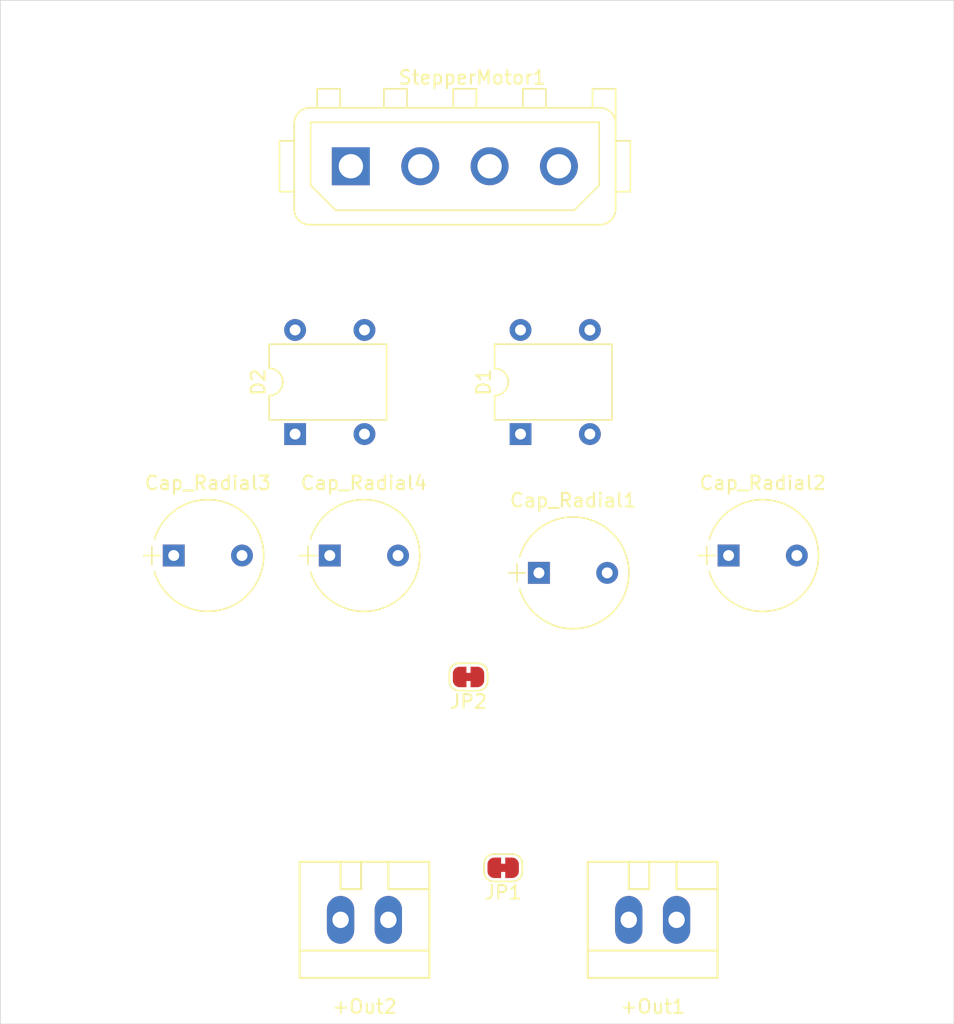
<source format=kicad_pcb>
(kicad_pcb (version 20171130) (host pcbnew "(5.1.0-0)")

  (general
    (thickness 1.6)
    (drawings 4)
    (tracks 0)
    (zones 0)
    (modules 15)
    (nets 9)
  )

  (page A4)
  (layers
    (0 F.Cu signal)
    (31 B.Cu signal)
    (32 B.Adhes user)
    (33 F.Adhes user)
    (34 B.Paste user)
    (35 F.Paste user)
    (36 B.SilkS user)
    (37 F.SilkS user)
    (38 B.Mask user)
    (39 F.Mask user)
    (40 Dwgs.User user)
    (41 Cmts.User user)
    (42 Eco1.User user)
    (43 Eco2.User user)
    (44 Edge.Cuts user)
    (45 Margin user)
    (46 B.CrtYd user)
    (47 F.CrtYd user)
    (48 B.Fab user)
    (49 F.Fab user)
  )

  (setup
    (last_trace_width 0.25)
    (trace_clearance 0.2)
    (zone_clearance 0.508)
    (zone_45_only no)
    (trace_min 0.2)
    (via_size 0.8)
    (via_drill 0.4)
    (via_min_size 0.4)
    (via_min_drill 0.3)
    (uvia_size 0.3)
    (uvia_drill 0.1)
    (uvias_allowed no)
    (uvia_min_size 0.2)
    (uvia_min_drill 0.1)
    (edge_width 0.05)
    (segment_width 0.2)
    (pcb_text_width 0.3)
    (pcb_text_size 1.5 1.5)
    (mod_edge_width 0.12)
    (mod_text_size 1 1)
    (mod_text_width 0.15)
    (pad_size 1.524 1.524)
    (pad_drill 0.762)
    (pad_to_mask_clearance 0.051)
    (solder_mask_min_width 0.25)
    (aux_axis_origin 0 0)
    (visible_elements FFFFEF7F)
    (pcbplotparams
      (layerselection 0x010fc_ffffffff)
      (usegerberextensions false)
      (usegerberattributes false)
      (usegerberadvancedattributes false)
      (creategerberjobfile false)
      (excludeedgelayer true)
      (linewidth 0.100000)
      (plotframeref false)
      (viasonmask false)
      (mode 1)
      (useauxorigin false)
      (hpglpennumber 1)
      (hpglpenspeed 20)
      (hpglpendiameter 15.000000)
      (psnegative false)
      (psa4output false)
      (plotreference true)
      (plotvalue true)
      (plotinvisibletext false)
      (padsonsilk false)
      (subtractmaskfromsilk false)
      (outputformat 1)
      (mirror false)
      (drillshape 1)
      (scaleselection 1)
      (outputdirectory ""))
  )

  (net 0 "")
  (net 1 GND)
  (net 2 VCC)
  (net 3 VDD)
  (net 4 Earth)
  (net 5 "Net-(Cap_Radial1-Pad2)")
  (net 6 "Net-(Cap_Radial3-Pad2)")
  (net 7 "Net-(D1-Pad3)")
  (net 8 "Net-(D2-Pad3)")

  (net_class Default "This is the default net class."
    (clearance 0.2)
    (trace_width 0.25)
    (via_dia 0.8)
    (via_drill 0.4)
    (uvia_dia 0.3)
    (uvia_drill 0.1)
    (add_net Earth)
    (add_net GND)
    (add_net "Net-(Cap_Radial1-Pad2)")
    (add_net "Net-(Cap_Radial3-Pad2)")
    (add_net "Net-(D1-Pad3)")
    (add_net "Net-(D2-Pad3)")
    (add_net VCC)
    (add_net VDD)
  )

  (module Mounting_Holes:MountingHole_3.2mm_M3 (layer F.Cu) (tedit 56D1B4CB) (tstamp 61045959)
    (at 120.65 43.18)
    (descr "Mounting Hole 3.2mm, no annular, M3")
    (tags "mounting hole 3.2mm no annular m3")
    (attr virtual)
    (fp_text reference REF** (at 0 -4.2) (layer F.SilkS) hide
      (effects (font (size 1 1) (thickness 0.15)))
    )
    (fp_text value MountingHole_3.2mm_M3 (at 0 4.2) (layer F.Fab) hide
      (effects (font (size 1 1) (thickness 0.15)))
    )
    (fp_text user %R (at 0.3 0) (layer F.Fab)
      (effects (font (size 1 1) (thickness 0.15)))
    )
    (fp_circle (center 0 0) (end 3.2 0) (layer Cmts.User) (width 0.15))
    (fp_circle (center 0 0) (end 3.45 0) (layer F.CrtYd) (width 0.05))
    (pad 1 np_thru_hole circle (at 0 0) (size 3.2 3.2) (drill 3.2) (layers *.Cu *.Mask))
  )

  (module Mounting_Holes:MountingHole_3.2mm_M3 (layer F.Cu) (tedit 56D1B4CB) (tstamp 6104594E)
    (at 120.65 107.95)
    (descr "Mounting Hole 3.2mm, no annular, M3")
    (tags "mounting hole 3.2mm no annular m3")
    (attr virtual)
    (fp_text reference REF** (at 0 -4.2) (layer F.SilkS) hide
      (effects (font (size 1 1) (thickness 0.15)))
    )
    (fp_text value 3.2mm (at 0 4.2) (layer F.Fab) hide
      (effects (font (size 1 1) (thickness 0.15)))
    )
    (fp_text user %R (at 0.3 0) (layer F.Fab)
      (effects (font (size 1 1) (thickness 0.15)))
    )
    (fp_circle (center 0 0) (end 3.2 0) (layer Cmts.User) (width 0.15))
    (fp_circle (center 0 0) (end 3.45 0) (layer F.CrtYd) (width 0.05))
    (pad 1 np_thru_hole circle (at 0 0) (size 3.2 3.2) (drill 3.2) (layers *.Cu *.Mask))
  )

  (module Mounting_Holes:MountingHole_3.2mm_M3 (layer F.Cu) (tedit 56D1B4CB) (tstamp 61045943)
    (at 60.96 107.95)
    (descr "Mounting Hole 3.2mm, no annular, M3")
    (tags "mounting hole 3.2mm no annular m3")
    (attr virtual)
    (fp_text reference REF** (at 0 -4.2) (layer F.SilkS) hide
      (effects (font (size 1 1) (thickness 0.15)))
    )
    (fp_text value 3.2mm (at 0 4.2) (layer F.Fab) hide
      (effects (font (size 1 1) (thickness 0.15)))
    )
    (fp_circle (center 0 0) (end 3.45 0) (layer F.CrtYd) (width 0.05))
    (fp_circle (center 0 0) (end 3.2 0) (layer Cmts.User) (width 0.15))
    (fp_text user %R (at 0.3 0) (layer F.Fab)
      (effects (font (size 1 1) (thickness 0.15)))
    )
    (pad 1 np_thru_hole circle (at 0 0) (size 3.2 3.2) (drill 3.2) (layers *.Cu *.Mask))
  )

  (module Mounting_Holes:MountingHole_3.2mm_M3 (layer F.Cu) (tedit 56D1B4CB) (tstamp 61045938)
    (at 60.96 43.18)
    (descr "Mounting Hole 3.2mm, no annular, M3")
    (tags "mounting hole 3.2mm no annular m3")
    (attr virtual)
    (fp_text reference REF** (at 0 -4.2) (layer F.SilkS) hide
      (effects (font (size 1 1) (thickness 0.15)))
    )
    (fp_text value 3.2mm (at 0 4.2) (layer F.Fab) hide
      (effects (font (size 1 1) (thickness 0.15)))
    )
    (fp_text user %R (at 0.3 0) (layer F.Fab)
      (effects (font (size 1 1) (thickness 0.15)))
    )
    (fp_circle (center 0 0) (end 3.2 0) (layer Cmts.User) (width 0.15))
    (fp_circle (center 0 0) (end 3.45 0) (layer F.CrtYd) (width 0.05))
    (pad 1 np_thru_hole circle (at 0 0) (size 3.2 3.2) (drill 3.2) (layers *.Cu *.Mask))
  )

  (module Connectors_WAGO:WAGO_734_2pin_Straight_RuggedPads (layer F.Cu) (tedit 0) (tstamp 6106D224)
    (at 103.65994 105.41 180)
    (descr "WAGO, Serie 734, Socket, Stiftleiste, 2 polig, 2 pin, rugged Pads, straight, gerade, Date 05Jul2010,")
    (tags "WAGO, Serie 734, Socket, Stiftleiste, 2 polig, 2 pin, rugged Pads, straight, gerade, Date 05Jul2010,")
    (path /6101AECC)
    (fp_text reference +Out1 (at 0 -6.35 180) (layer F.SilkS)
      (effects (font (size 1 1) (thickness 0.15)))
    )
    (fp_text value -Out (at 0 6.35 180) (layer F.Fab)
      (effects (font (size 1 1) (thickness 0.15)))
    )
    (fp_line (start -4.7498 4.24942) (end 4.7498 4.24942) (layer F.SilkS) (width 0.15))
    (fp_line (start -4.7498 -4.24942) (end -4.7498 4.24942) (layer F.SilkS) (width 0.15))
    (fp_line (start 4.7498 -4.24942) (end -4.7498 -4.24942) (layer F.SilkS) (width 0.15))
    (fp_line (start 4.7498 4.24942) (end 4.7498 -4.24942) (layer F.SilkS) (width 0.15))
    (fp_line (start -1.75006 2.25044) (end -1.75006 4.20116) (layer F.SilkS) (width 0.15))
    (fp_line (start -4.7498 2.25044) (end -1.75006 2.25044) (layer F.SilkS) (width 0.15))
    (fp_line (start 1.75006 2.25044) (end 1.75006 4.24942) (layer F.SilkS) (width 0.15))
    (fp_line (start 0.24892 2.25044) (end 1.75006 2.25044) (layer F.SilkS) (width 0.15))
    (fp_line (start 0.24892 4.24942) (end 0.24892 2.25044) (layer F.SilkS) (width 0.15))
    (fp_line (start -4.7498 -2.25044) (end 4.7498 -2.25044) (layer F.SilkS) (width 0.15))
    (pad 1 thru_hole oval (at -1.75006 0 180) (size 1.99898 3.50012) (drill 1.19888) (layers *.Cu *.Mask)
      (net 1 GND))
    (pad 2 thru_hole oval (at 1.75006 0 180) (size 1.99898 3.50012) (drill 1.19888) (layers *.Cu *.Mask)
      (net 2 VCC))
  )

  (module Connectors_WAGO:WAGO_734_2pin_Straight_RuggedPads (layer F.Cu) (tedit 0) (tstamp 6106D234)
    (at 82.55 105.41 180)
    (descr "WAGO, Serie 734, Socket, Stiftleiste, 2 polig, 2 pin, rugged Pads, straight, gerade, Date 05Jul2010,")
    (tags "WAGO, Serie 734, Socket, Stiftleiste, 2 polig, 2 pin, rugged Pads, straight, gerade, Date 05Jul2010,")
    (path /6101CD8E)
    (fp_text reference +Out2 (at 0 -6.35 180) (layer F.SilkS)
      (effects (font (size 1 1) (thickness 0.15)))
    )
    (fp_text value -Out (at 0 6.35 180) (layer F.Fab)
      (effects (font (size 1 1) (thickness 0.15)))
    )
    (fp_line (start -4.7498 -2.25044) (end 4.7498 -2.25044) (layer F.SilkS) (width 0.15))
    (fp_line (start 0.24892 4.24942) (end 0.24892 2.25044) (layer F.SilkS) (width 0.15))
    (fp_line (start 0.24892 2.25044) (end 1.75006 2.25044) (layer F.SilkS) (width 0.15))
    (fp_line (start 1.75006 2.25044) (end 1.75006 4.24942) (layer F.SilkS) (width 0.15))
    (fp_line (start -4.7498 2.25044) (end -1.75006 2.25044) (layer F.SilkS) (width 0.15))
    (fp_line (start -1.75006 2.25044) (end -1.75006 4.20116) (layer F.SilkS) (width 0.15))
    (fp_line (start 4.7498 4.24942) (end 4.7498 -4.24942) (layer F.SilkS) (width 0.15))
    (fp_line (start 4.7498 -4.24942) (end -4.7498 -4.24942) (layer F.SilkS) (width 0.15))
    (fp_line (start -4.7498 -4.24942) (end -4.7498 4.24942) (layer F.SilkS) (width 0.15))
    (fp_line (start -4.7498 4.24942) (end 4.7498 4.24942) (layer F.SilkS) (width 0.15))
    (pad 2 thru_hole oval (at 1.75006 0 180) (size 1.99898 3.50012) (drill 1.19888) (layers *.Cu *.Mask)
      (net 3 VDD))
    (pad 1 thru_hole oval (at -1.75006 0 180) (size 1.99898 3.50012) (drill 1.19888) (layers *.Cu *.Mask)
      (net 4 Earth))
  )

  (module Capacitors_THT:CP_Radial_Tantal_D8.0mm_P5.00mm (layer F.Cu) (tedit 597C781B) (tstamp 6106D247)
    (at 95.33 80.01)
    (descr "CP, Radial_Tantal series, Radial, pin pitch=5.00mm, , diameter=8.0mm, Tantal Electrolytic Capacitor, http://cdn-reichelt.de/documents/datenblatt/B300/TANTAL-TB-Serie%23.pdf")
    (tags "CP Radial_Tantal series Radial pin pitch 5.00mm  diameter 8.0mm Tantal Electrolytic Capacitor")
    (path /610010FB)
    (fp_text reference Cap_Radial1 (at 2.5 -5.31) (layer F.SilkS)
      (effects (font (size 1 1) (thickness 0.15)))
    )
    (fp_text value CP (at 2.5 5.31) (layer F.Fab)
      (effects (font (size 1 1) (thickness 0.15)))
    )
    (fp_text user %R (at 2.5 0) (layer F.Fab)
      (effects (font (size 1 1) (thickness 0.15)))
    )
    (fp_line (start 6.85 -4.35) (end -1.85 -4.35) (layer F.CrtYd) (width 0.05))
    (fp_line (start 6.85 4.35) (end 6.85 -4.35) (layer F.CrtYd) (width 0.05))
    (fp_line (start -1.85 4.35) (end 6.85 4.35) (layer F.CrtYd) (width 0.05))
    (fp_line (start -1.85 -4.35) (end -1.85 4.35) (layer F.CrtYd) (width 0.05))
    (fp_line (start -1.6 -0.65) (end -1.6 0.65) (layer F.SilkS) (width 0.12))
    (fp_line (start -2.2 0) (end -1 0) (layer F.SilkS) (width 0.12))
    (fp_line (start -1.6 -0.65) (end -1.6 0.65) (layer F.Fab) (width 0.1))
    (fp_line (start -2.2 0) (end -1 0) (layer F.Fab) (width 0.1))
    (fp_circle (center 2.5 0) (end 6.5 0) (layer F.Fab) (width 0.1))
    (fp_arc (start 2.5 0) (end 6.416082 -1.18) (angle 33.5) (layer F.SilkS) (width 0.12))
    (fp_arc (start 2.5 0) (end -1.416082 1.18) (angle -146.5) (layer F.SilkS) (width 0.12))
    (fp_arc (start 2.5 0) (end -1.416082 -1.18) (angle 146.5) (layer F.SilkS) (width 0.12))
    (pad 2 thru_hole circle (at 5 0) (size 1.6 1.6) (drill 0.8) (layers *.Cu *.Mask)
      (net 5 "Net-(Cap_Radial1-Pad2)"))
    (pad 1 thru_hole rect (at 0 0) (size 1.6 1.6) (drill 0.8) (layers *.Cu *.Mask)
      (net 2 VCC))
    (model ${KISYS3DMOD}/Capacitors_THT.3dshapes/CP_Radial_Tantal_D8.0mm_P5.00mm.wrl
      (at (xyz 0 0 0))
      (scale (xyz 1 1 1))
      (rotate (xyz 0 0 0))
    )
  )

  (module Capacitors_THT:CP_Radial_Tantal_D8.0mm_P5.00mm (layer F.Cu) (tedit 597C781B) (tstamp 6106D25A)
    (at 109.22 78.74)
    (descr "CP, Radial_Tantal series, Radial, pin pitch=5.00mm, , diameter=8.0mm, Tantal Electrolytic Capacitor, http://cdn-reichelt.de/documents/datenblatt/B300/TANTAL-TB-Serie%23.pdf")
    (tags "CP Radial_Tantal series Radial pin pitch 5.00mm  diameter 8.0mm Tantal Electrolytic Capacitor")
    (path /61001A91)
    (fp_text reference Cap_Radial2 (at 2.5 -5.31) (layer F.SilkS)
      (effects (font (size 1 1) (thickness 0.15)))
    )
    (fp_text value CP (at 2.5 5.31) (layer F.Fab)
      (effects (font (size 1 1) (thickness 0.15)))
    )
    (fp_arc (start 2.5 0) (end -1.416082 -1.18) (angle 146.5) (layer F.SilkS) (width 0.12))
    (fp_arc (start 2.5 0) (end -1.416082 1.18) (angle -146.5) (layer F.SilkS) (width 0.12))
    (fp_arc (start 2.5 0) (end 6.416082 -1.18) (angle 33.5) (layer F.SilkS) (width 0.12))
    (fp_circle (center 2.5 0) (end 6.5 0) (layer F.Fab) (width 0.1))
    (fp_line (start -2.2 0) (end -1 0) (layer F.Fab) (width 0.1))
    (fp_line (start -1.6 -0.65) (end -1.6 0.65) (layer F.Fab) (width 0.1))
    (fp_line (start -2.2 0) (end -1 0) (layer F.SilkS) (width 0.12))
    (fp_line (start -1.6 -0.65) (end -1.6 0.65) (layer F.SilkS) (width 0.12))
    (fp_line (start -1.85 -4.35) (end -1.85 4.35) (layer F.CrtYd) (width 0.05))
    (fp_line (start -1.85 4.35) (end 6.85 4.35) (layer F.CrtYd) (width 0.05))
    (fp_line (start 6.85 4.35) (end 6.85 -4.35) (layer F.CrtYd) (width 0.05))
    (fp_line (start 6.85 -4.35) (end -1.85 -4.35) (layer F.CrtYd) (width 0.05))
    (fp_text user %R (at 2.5 0) (layer F.Fab)
      (effects (font (size 1 1) (thickness 0.15)))
    )
    (pad 1 thru_hole rect (at 0 0) (size 1.6 1.6) (drill 0.8) (layers *.Cu *.Mask)
      (net 5 "Net-(Cap_Radial1-Pad2)"))
    (pad 2 thru_hole circle (at 5 0) (size 1.6 1.6) (drill 0.8) (layers *.Cu *.Mask)
      (net 1 GND))
    (model ${KISYS3DMOD}/Capacitors_THT.3dshapes/CP_Radial_Tantal_D8.0mm_P5.00mm.wrl
      (at (xyz 0 0 0))
      (scale (xyz 1 1 1))
      (rotate (xyz 0 0 0))
    )
  )

  (module Capacitors_THT:CP_Radial_Tantal_D8.0mm_P5.00mm (layer F.Cu) (tedit 597C781B) (tstamp 6106D26D)
    (at 68.58 78.74)
    (descr "CP, Radial_Tantal series, Radial, pin pitch=5.00mm, , diameter=8.0mm, Tantal Electrolytic Capacitor, http://cdn-reichelt.de/documents/datenblatt/B300/TANTAL-TB-Serie%23.pdf")
    (tags "CP Radial_Tantal series Radial pin pitch 5.00mm  diameter 8.0mm Tantal Electrolytic Capacitor")
    (path /6101512F)
    (fp_text reference Cap_Radial3 (at 2.5 -5.31) (layer F.SilkS)
      (effects (font (size 1 1) (thickness 0.15)))
    )
    (fp_text value CP (at 2.5 5.31) (layer F.Fab)
      (effects (font (size 1 1) (thickness 0.15)))
    )
    (fp_text user %R (at 2.5 0) (layer F.Fab)
      (effects (font (size 1 1) (thickness 0.15)))
    )
    (fp_line (start 6.85 -4.35) (end -1.85 -4.35) (layer F.CrtYd) (width 0.05))
    (fp_line (start 6.85 4.35) (end 6.85 -4.35) (layer F.CrtYd) (width 0.05))
    (fp_line (start -1.85 4.35) (end 6.85 4.35) (layer F.CrtYd) (width 0.05))
    (fp_line (start -1.85 -4.35) (end -1.85 4.35) (layer F.CrtYd) (width 0.05))
    (fp_line (start -1.6 -0.65) (end -1.6 0.65) (layer F.SilkS) (width 0.12))
    (fp_line (start -2.2 0) (end -1 0) (layer F.SilkS) (width 0.12))
    (fp_line (start -1.6 -0.65) (end -1.6 0.65) (layer F.Fab) (width 0.1))
    (fp_line (start -2.2 0) (end -1 0) (layer F.Fab) (width 0.1))
    (fp_circle (center 2.5 0) (end 6.5 0) (layer F.Fab) (width 0.1))
    (fp_arc (start 2.5 0) (end 6.416082 -1.18) (angle 33.5) (layer F.SilkS) (width 0.12))
    (fp_arc (start 2.5 0) (end -1.416082 1.18) (angle -146.5) (layer F.SilkS) (width 0.12))
    (fp_arc (start 2.5 0) (end -1.416082 -1.18) (angle 146.5) (layer F.SilkS) (width 0.12))
    (pad 2 thru_hole circle (at 5 0) (size 1.6 1.6) (drill 0.8) (layers *.Cu *.Mask)
      (net 6 "Net-(Cap_Radial3-Pad2)"))
    (pad 1 thru_hole rect (at 0 0) (size 1.6 1.6) (drill 0.8) (layers *.Cu *.Mask)
      (net 3 VDD))
    (model ${KISYS3DMOD}/Capacitors_THT.3dshapes/CP_Radial_Tantal_D8.0mm_P5.00mm.wrl
      (at (xyz 0 0 0))
      (scale (xyz 1 1 1))
      (rotate (xyz 0 0 0))
    )
  )

  (module Capacitors_THT:CP_Radial_Tantal_D8.0mm_P5.00mm (layer F.Cu) (tedit 597C781B) (tstamp 6106D280)
    (at 80.01 78.74)
    (descr "CP, Radial_Tantal series, Radial, pin pitch=5.00mm, , diameter=8.0mm, Tantal Electrolytic Capacitor, http://cdn-reichelt.de/documents/datenblatt/B300/TANTAL-TB-Serie%23.pdf")
    (tags "CP Radial_Tantal series Radial pin pitch 5.00mm  diameter 8.0mm Tantal Electrolytic Capacitor")
    (path /61015139)
    (fp_text reference Cap_Radial4 (at 2.5 -5.31) (layer F.SilkS)
      (effects (font (size 1 1) (thickness 0.15)))
    )
    (fp_text value CP (at 2.5 5.31) (layer F.Fab)
      (effects (font (size 1 1) (thickness 0.15)))
    )
    (fp_arc (start 2.5 0) (end -1.416082 -1.18) (angle 146.5) (layer F.SilkS) (width 0.12))
    (fp_arc (start 2.5 0) (end -1.416082 1.18) (angle -146.5) (layer F.SilkS) (width 0.12))
    (fp_arc (start 2.5 0) (end 6.416082 -1.18) (angle 33.5) (layer F.SilkS) (width 0.12))
    (fp_circle (center 2.5 0) (end 6.5 0) (layer F.Fab) (width 0.1))
    (fp_line (start -2.2 0) (end -1 0) (layer F.Fab) (width 0.1))
    (fp_line (start -1.6 -0.65) (end -1.6 0.65) (layer F.Fab) (width 0.1))
    (fp_line (start -2.2 0) (end -1 0) (layer F.SilkS) (width 0.12))
    (fp_line (start -1.6 -0.65) (end -1.6 0.65) (layer F.SilkS) (width 0.12))
    (fp_line (start -1.85 -4.35) (end -1.85 4.35) (layer F.CrtYd) (width 0.05))
    (fp_line (start -1.85 4.35) (end 6.85 4.35) (layer F.CrtYd) (width 0.05))
    (fp_line (start 6.85 4.35) (end 6.85 -4.35) (layer F.CrtYd) (width 0.05))
    (fp_line (start 6.85 -4.35) (end -1.85 -4.35) (layer F.CrtYd) (width 0.05))
    (fp_text user %R (at 2.5 0) (layer F.Fab)
      (effects (font (size 1 1) (thickness 0.15)))
    )
    (pad 1 thru_hole rect (at 0 0) (size 1.6 1.6) (drill 0.8) (layers *.Cu *.Mask)
      (net 6 "Net-(Cap_Radial3-Pad2)"))
    (pad 2 thru_hole circle (at 5 0) (size 1.6 1.6) (drill 0.8) (layers *.Cu *.Mask)
      (net 4 Earth))
    (model ${KISYS3DMOD}/Capacitors_THT.3dshapes/CP_Radial_Tantal_D8.0mm_P5.00mm.wrl
      (at (xyz 0 0 0))
      (scale (xyz 1 1 1))
      (rotate (xyz 0 0 0))
    )
  )

  (module Diodes_THT:Diode_Bridge_DIP-4_W7.62mm_P5.08mm (layer F.Cu) (tedit 59213888) (tstamp 6106D298)
    (at 93.98 69.85 90)
    (descr "4-lead dip package for diode bridges, row spacing 7.62 mm (300 mils), see http://cdn-reichelt.de/documents/datenblatt/A400/HDBL101G_20SERIES-TSC.pdf")
    (tags "DIL DIP PDIP 5.08mm 7.62mm 300mil")
    (path /6106CB3C)
    (fp_text reference D1 (at 3.8 -2.7 90) (layer F.SilkS)
      (effects (font (size 1 1) (thickness 0.15)))
    )
    (fp_text value D_Bridge_+-AA (at 3.8 7.8 90) (layer F.Fab)
      (effects (font (size 1 1) (thickness 0.15)))
    )
    (fp_arc (start 3.81 -1.9) (end 2.81 -1.9) (angle -180) (layer F.SilkS) (width 0.12))
    (fp_line (start 8.67 6.85) (end -1.05 6.85) (layer F.CrtYd) (width 0.05))
    (fp_line (start 8.67 6.85) (end 8.67 -2.05) (layer F.CrtYd) (width 0.05))
    (fp_line (start -1.05 -2.05) (end -1.05 6.85) (layer F.CrtYd) (width 0.05))
    (fp_line (start -1.05 -2.05) (end 8.67 -2.05) (layer F.CrtYd) (width 0.05))
    (fp_line (start 1.635 -1.8) (end 6.985 -1.8) (layer F.Fab) (width 0.1))
    (fp_line (start 6.985 -1.8) (end 6.985 6.6) (layer F.Fab) (width 0.1))
    (fp_line (start 6.985 6.6) (end 0.635 6.6) (layer F.Fab) (width 0.1))
    (fp_line (start 0.635 6.6) (end 0.635 -0.8) (layer F.Fab) (width 0.1))
    (fp_line (start 0.635 -0.8) (end 1.635 -1.8) (layer F.Fab) (width 0.1))
    (fp_line (start 2.81 -1.9) (end 1.04 -1.9) (layer F.SilkS) (width 0.12))
    (fp_line (start 1.04 -1.9) (end 1.04 6.7) (layer F.SilkS) (width 0.12))
    (fp_line (start 1.04 6.7) (end 6.58 6.7) (layer F.SilkS) (width 0.12))
    (fp_line (start 6.58 6.7) (end 6.58 -1.9) (layer F.SilkS) (width 0.12))
    (fp_line (start 6.58 -1.9) (end 4.81 -1.9) (layer F.SilkS) (width 0.12))
    (fp_text user %R (at 3.81 2.54 90) (layer F.Fab)
      (effects (font (size 1 1) (thickness 0.15)))
    )
    (pad 1 thru_hole rect (at 0 0 90) (size 1.6 1.6) (drill 0.8) (layers *.Cu *.Mask)
      (net 2 VCC))
    (pad 3 thru_hole oval (at 7.62 5.08 90) (size 1.6 1.6) (drill 0.8) (layers *.Cu *.Mask)
      (net 7 "Net-(D1-Pad3)"))
    (pad 2 thru_hole oval (at 0 5.08 90) (size 1.6 1.6) (drill 0.8) (layers *.Cu *.Mask)
      (net 1 GND))
    (pad 4 thru_hole oval (at 7.62 0 90) (size 1.6 1.6) (drill 0.8) (layers *.Cu *.Mask)
      (net 5 "Net-(Cap_Radial1-Pad2)"))
    (model ${KISYS3DMOD}/Diodes_THT.3dshapes/Diode_Bridge_DIP-4_W7.62mm_P5.08mm.wrl
      (at (xyz 0 0 0))
      (scale (xyz 1 1 1))
      (rotate (xyz 0 0 0))
    )
  )

  (module Diodes_THT:Diode_Bridge_DIP-4_W7.62mm_P5.08mm (layer F.Cu) (tedit 59213888) (tstamp 6106D2B0)
    (at 77.47 69.85 90)
    (descr "4-lead dip package for diode bridges, row spacing 7.62 mm (300 mils), see http://cdn-reichelt.de/documents/datenblatt/A400/HDBL101G_20SERIES-TSC.pdf")
    (tags "DIL DIP PDIP 5.08mm 7.62mm 300mil")
    (path /6107291C)
    (fp_text reference D2 (at 3.8 -2.7 90) (layer F.SilkS)
      (effects (font (size 1 1) (thickness 0.15)))
    )
    (fp_text value D_Bridge_+-AA (at 3.8 7.8 90) (layer F.Fab)
      (effects (font (size 1 1) (thickness 0.15)))
    )
    (fp_text user %R (at 3.81 2.54 90) (layer F.Fab)
      (effects (font (size 1 1) (thickness 0.15)))
    )
    (fp_line (start 6.58 -1.9) (end 4.81 -1.9) (layer F.SilkS) (width 0.12))
    (fp_line (start 6.58 6.7) (end 6.58 -1.9) (layer F.SilkS) (width 0.12))
    (fp_line (start 1.04 6.7) (end 6.58 6.7) (layer F.SilkS) (width 0.12))
    (fp_line (start 1.04 -1.9) (end 1.04 6.7) (layer F.SilkS) (width 0.12))
    (fp_line (start 2.81 -1.9) (end 1.04 -1.9) (layer F.SilkS) (width 0.12))
    (fp_line (start 0.635 -0.8) (end 1.635 -1.8) (layer F.Fab) (width 0.1))
    (fp_line (start 0.635 6.6) (end 0.635 -0.8) (layer F.Fab) (width 0.1))
    (fp_line (start 6.985 6.6) (end 0.635 6.6) (layer F.Fab) (width 0.1))
    (fp_line (start 6.985 -1.8) (end 6.985 6.6) (layer F.Fab) (width 0.1))
    (fp_line (start 1.635 -1.8) (end 6.985 -1.8) (layer F.Fab) (width 0.1))
    (fp_line (start -1.05 -2.05) (end 8.67 -2.05) (layer F.CrtYd) (width 0.05))
    (fp_line (start -1.05 -2.05) (end -1.05 6.85) (layer F.CrtYd) (width 0.05))
    (fp_line (start 8.67 6.85) (end 8.67 -2.05) (layer F.CrtYd) (width 0.05))
    (fp_line (start 8.67 6.85) (end -1.05 6.85) (layer F.CrtYd) (width 0.05))
    (fp_arc (start 3.81 -1.9) (end 2.81 -1.9) (angle -180) (layer F.SilkS) (width 0.12))
    (pad 4 thru_hole oval (at 7.62 0 90) (size 1.6 1.6) (drill 0.8) (layers *.Cu *.Mask)
      (net 6 "Net-(Cap_Radial3-Pad2)"))
    (pad 2 thru_hole oval (at 0 5.08 90) (size 1.6 1.6) (drill 0.8) (layers *.Cu *.Mask)
      (net 4 Earth))
    (pad 3 thru_hole oval (at 7.62 5.08 90) (size 1.6 1.6) (drill 0.8) (layers *.Cu *.Mask)
      (net 8 "Net-(D2-Pad3)"))
    (pad 1 thru_hole rect (at 0 0 90) (size 1.6 1.6) (drill 0.8) (layers *.Cu *.Mask)
      (net 3 VDD))
    (model ${KISYS3DMOD}/Diodes_THT.3dshapes/Diode_Bridge_DIP-4_W7.62mm_P5.08mm.wrl
      (at (xyz 0 0 0))
      (scale (xyz 1 1 1))
      (rotate (xyz 0 0 0))
    )
  )

  (module Jumper:SolderJumper-2_P1.3mm_Bridged_RoundedPad1.0x1.5mm (layer F.Cu) (tedit 5C745284) (tstamp 6106D2C3)
    (at 92.71 101.6 180)
    (descr "SMD Solder Jumper, 1x1.5mm, rounded Pads, 0.3mm gap, bridged with 1 copper strip")
    (tags "net tie solder jumper bridged")
    (path /61027298)
    (attr virtual)
    (fp_text reference JP1 (at 0 -1.8 180) (layer F.SilkS)
      (effects (font (size 1 1) (thickness 0.15)))
    )
    (fp_text value "+ve tie" (at 0 1.9 180) (layer F.Fab)
      (effects (font (size 1 1) (thickness 0.15)))
    )
    (fp_poly (pts (xy 0.25 -0.3) (xy -0.25 -0.3) (xy -0.25 0.3) (xy 0.25 0.3)) (layer F.Cu) (width 0))
    (fp_line (start 1.65 1.25) (end -1.65 1.25) (layer F.CrtYd) (width 0.05))
    (fp_line (start 1.65 1.25) (end 1.65 -1.25) (layer F.CrtYd) (width 0.05))
    (fp_line (start -1.65 -1.25) (end -1.65 1.25) (layer F.CrtYd) (width 0.05))
    (fp_line (start -1.65 -1.25) (end 1.65 -1.25) (layer F.CrtYd) (width 0.05))
    (fp_line (start -0.7 -1) (end 0.7 -1) (layer F.SilkS) (width 0.12))
    (fp_line (start 1.4 -0.3) (end 1.4 0.3) (layer F.SilkS) (width 0.12))
    (fp_line (start 0.7 1) (end -0.7 1) (layer F.SilkS) (width 0.12))
    (fp_line (start -1.4 0.3) (end -1.4 -0.3) (layer F.SilkS) (width 0.12))
    (fp_arc (start -0.7 -0.3) (end -0.7 -1) (angle -90) (layer F.SilkS) (width 0.12))
    (fp_arc (start -0.7 0.3) (end -1.4 0.3) (angle -90) (layer F.SilkS) (width 0.12))
    (fp_arc (start 0.7 0.3) (end 0.7 1) (angle -90) (layer F.SilkS) (width 0.12))
    (fp_arc (start 0.7 -0.3) (end 1.4 -0.3) (angle -90) (layer F.SilkS) (width 0.12))
    (pad 1 smd custom (at -0.65 0 180) (size 1 0.5) (layers F.Cu F.Mask)
      (net 2 VCC) (zone_connect 2)
      (options (clearance outline) (anchor rect))
      (primitives
        (gr_circle (center 0 0.25) (end 0.5 0.25) (width 0))
        (gr_circle (center 0 -0.25) (end 0.5 -0.25) (width 0))
        (gr_poly (pts
           (xy 0 -0.75) (xy 0.5 -0.75) (xy 0.5 0.75) (xy 0 0.75)) (width 0))
      ))
    (pad 2 smd custom (at 0.65 0 180) (size 1 0.5) (layers F.Cu F.Mask)
      (net 3 VDD) (zone_connect 2)
      (options (clearance outline) (anchor rect))
      (primitives
        (gr_circle (center 0 0.25) (end 0.5 0.25) (width 0))
        (gr_circle (center 0 -0.25) (end 0.5 -0.25) (width 0))
        (gr_poly (pts
           (xy 0 -0.75) (xy -0.5 -0.75) (xy -0.5 0.75) (xy 0 0.75)) (width 0))
      ))
  )

  (module Jumper:SolderJumper-2_P1.3mm_Bridged_RoundedPad1.0x1.5mm (layer F.Cu) (tedit 5C745284) (tstamp 6106D2D6)
    (at 90.17 87.63 180)
    (descr "SMD Solder Jumper, 1x1.5mm, rounded Pads, 0.3mm gap, bridged with 1 copper strip")
    (tags "net tie solder jumper bridged")
    (path /6102784D)
    (attr virtual)
    (fp_text reference JP2 (at 0 -1.8 180) (layer F.SilkS)
      (effects (font (size 1 1) (thickness 0.15)))
    )
    (fp_text value "-ve tie" (at 0 1.9 180) (layer F.Fab)
      (effects (font (size 1 1) (thickness 0.15)))
    )
    (fp_arc (start 0.7 -0.3) (end 1.4 -0.3) (angle -90) (layer F.SilkS) (width 0.12))
    (fp_arc (start 0.7 0.3) (end 0.7 1) (angle -90) (layer F.SilkS) (width 0.12))
    (fp_arc (start -0.7 0.3) (end -1.4 0.3) (angle -90) (layer F.SilkS) (width 0.12))
    (fp_arc (start -0.7 -0.3) (end -0.7 -1) (angle -90) (layer F.SilkS) (width 0.12))
    (fp_line (start -1.4 0.3) (end -1.4 -0.3) (layer F.SilkS) (width 0.12))
    (fp_line (start 0.7 1) (end -0.7 1) (layer F.SilkS) (width 0.12))
    (fp_line (start 1.4 -0.3) (end 1.4 0.3) (layer F.SilkS) (width 0.12))
    (fp_line (start -0.7 -1) (end 0.7 -1) (layer F.SilkS) (width 0.12))
    (fp_line (start -1.65 -1.25) (end 1.65 -1.25) (layer F.CrtYd) (width 0.05))
    (fp_line (start -1.65 -1.25) (end -1.65 1.25) (layer F.CrtYd) (width 0.05))
    (fp_line (start 1.65 1.25) (end 1.65 -1.25) (layer F.CrtYd) (width 0.05))
    (fp_line (start 1.65 1.25) (end -1.65 1.25) (layer F.CrtYd) (width 0.05))
    (fp_poly (pts (xy 0.25 -0.3) (xy -0.25 -0.3) (xy -0.25 0.3) (xy 0.25 0.3)) (layer F.Cu) (width 0))
    (pad 2 smd custom (at 0.65 0 180) (size 1 0.5) (layers F.Cu F.Mask)
      (net 4 Earth) (zone_connect 2)
      (options (clearance outline) (anchor rect))
      (primitives
        (gr_circle (center 0 0.25) (end 0.5 0.25) (width 0))
        (gr_circle (center 0 -0.25) (end 0.5 -0.25) (width 0))
        (gr_poly (pts
           (xy 0 -0.75) (xy -0.5 -0.75) (xy -0.5 0.75) (xy 0 0.75)) (width 0))
      ))
    (pad 1 smd custom (at -0.65 0 180) (size 1 0.5) (layers F.Cu F.Mask)
      (net 1 GND) (zone_connect 2)
      (options (clearance outline) (anchor rect))
      (primitives
        (gr_circle (center 0 0.25) (end 0.5 0.25) (width 0))
        (gr_circle (center 0 -0.25) (end 0.5 -0.25) (width 0))
        (gr_poly (pts
           (xy 0 -0.75) (xy 0.5 -0.75) (xy 0.5 0.75) (xy 0 0.75)) (width 0))
      ))
  )

  (module Connectors_TE-Connectivity:TE_MATE-N-LOK_350211-1_1x04_P5.08mm_Vertical (layer F.Cu) (tedit 5C696A5E) (tstamp 6106D327)
    (at 81.555001 50.245001)
    (descr https://www.te.com/commerce/DocumentDelivery/DDEController?Action=showdoc&DocId=Customer+Drawing%7F350211%7FU5%7Fpdf%7FEnglish%7FENG_CD_350211_U5.pdf%7F350211-1)
    (tags "connector TE MATE-N-LOK top entry ATA PATA IDE 5.25 inch floppy drive power")
    (path /61016D3A)
    (fp_text reference StepperMotor1 (at 8.89 -6.5) (layer F.SilkS)
      (effects (font (size 1 1) (thickness 0.15)))
    )
    (fp_text value Stepper_Motor_bipolar (at 7.62 5.01) (layer F.Fab)
      (effects (font (size 1 1) (thickness 0.15)))
    )
    (fp_line (start -5.33 4.38) (end 20.57 4.38) (layer F.CrtYd) (width 0.05))
    (fp_line (start 20.57 4.38) (end 20.57 -5.77) (layer F.CrtYd) (width 0.05))
    (fp_line (start 20.57 -5.77) (end -5.33 -5.77) (layer F.CrtYd) (width 0.05))
    (fp_line (start -5.33 -5.77) (end -5.33 4.38) (layer F.CrtYd) (width 0.05))
    (fp_line (start -2.95 -3.22) (end 18.19 -3.22) (layer F.SilkS) (width 0.12))
    (fp_line (start 18.19 -3.22) (end 18.19 1.39) (layer F.SilkS) (width 0.12))
    (fp_line (start 18.19 1.39) (end 16.36 3.22) (layer F.SilkS) (width 0.12))
    (fp_line (start 16.36 3.22) (end -1.12 3.22) (layer F.SilkS) (width 0.12))
    (fp_line (start -1.12 3.22) (end -2.95 1.39) (layer F.SilkS) (width 0.12))
    (fp_line (start -2.95 1.39) (end -2.95 -3.22) (layer F.SilkS) (width 0.12))
    (fp_line (start -3.01 4.28) (end 18.25 4.28) (layer F.SilkS) (width 0.12))
    (fp_line (start 19.39 3.14) (end 19.39 -5.67) (layer F.SilkS) (width 0.12))
    (fp_line (start 18.25 -4.28) (end -3.01 -4.28) (layer F.SilkS) (width 0.12))
    (fp_line (start -4.15 -3.14) (end -4.15 3.14) (layer F.SilkS) (width 0.12))
    (fp_line (start 19.39 1.86) (end 20.47 1.86) (layer F.SilkS) (width 0.12))
    (fp_line (start 20.47 1.86) (end 20.47 -1.86) (layer F.SilkS) (width 0.12))
    (fp_line (start 20.47 -1.86) (end 19.39 -1.86) (layer F.SilkS) (width 0.12))
    (fp_line (start -4.15 1.86) (end -5.23 1.86) (layer F.SilkS) (width 0.12))
    (fp_line (start -5.23 1.86) (end -5.23 -1.86) (layer F.SilkS) (width 0.12))
    (fp_line (start -5.23 -1.86) (end -4.15 -1.86) (layer F.SilkS) (width 0.12))
    (fp_line (start 17.7 -4.28) (end 17.7 -5.67) (layer F.SilkS) (width 0.12))
    (fp_line (start 17.7 -5.67) (end 19.39 -5.67) (layer F.SilkS) (width 0.12))
    (fp_line (start -2.47 -5.67) (end -0.78 -5.67) (layer F.SilkS) (width 0.12))
    (fp_line (start -0.78 -5.67) (end -0.78 -4.28) (layer F.SilkS) (width 0.12))
    (fp_line (start -2.47 -4.28) (end -2.47 -5.67) (layer F.SilkS) (width 0.12))
    (fp_line (start 14.29 -5.67) (end 14.29 -4.28) (layer F.SilkS) (width 0.12))
    (fp_line (start 12.6 -4.28) (end 12.6 -5.67) (layer F.SilkS) (width 0.12))
    (fp_line (start 12.6 -5.67) (end 14.29 -5.67) (layer F.SilkS) (width 0.12))
    (fp_line (start 7.5 -5.67) (end 9.19 -5.67) (layer F.SilkS) (width 0.12))
    (fp_line (start 9.19 -5.67) (end 9.19 -4.28) (layer F.SilkS) (width 0.12))
    (fp_line (start 7.5 -4.28) (end 7.5 -5.67) (layer F.SilkS) (width 0.12))
    (fp_line (start 2.42 -4.28) (end 2.42 -5.67) (layer F.SilkS) (width 0.12))
    (fp_line (start 4.11 -5.67) (end 4.11 -4.28) (layer F.SilkS) (width 0.12))
    (fp_line (start 2.42 -5.67) (end 4.11 -5.67) (layer F.SilkS) (width 0.12))
    (fp_arc (start 18.25 -3.14) (end 19.39 -3.14) (angle -90) (layer F.SilkS) (width 0.12))
    (fp_arc (start 18.25 3.14) (end 18.25 4.28) (angle -90) (layer F.SilkS) (width 0.12))
    (fp_arc (start -3.01 -3.14) (end -3.01 -4.28) (angle -90) (layer F.SilkS) (width 0.12))
    (fp_arc (start -3.01 3.14) (end -4.15 3.14) (angle -90) (layer F.SilkS) (width 0.12))
    (fp_line (start -2.95 1.39) (end -2.95 -3.22) (layer F.Fab) (width 0.1))
    (fp_line (start -1.12 3.22) (end -2.95 1.39) (layer F.Fab) (width 0.1))
    (fp_line (start 16.36 3.22) (end -1.12 3.22) (layer F.Fab) (width 0.1))
    (fp_line (start 18.19 1.39) (end 16.36 3.22) (layer F.Fab) (width 0.1))
    (fp_line (start 18.19 -3.22) (end 18.19 1.39) (layer F.Fab) (width 0.1))
    (fp_line (start -2.95 -3.22) (end 18.19 -3.22) (layer F.Fab) (width 0.1))
    (fp_text user %R (at 8 0) (layer F.Fab)
      (effects (font (size 1 1) (thickness 0.15)))
    )
    (fp_line (start 18.1 -4.13) (end -2.86 -4.13) (layer F.Fab) (width 0.1))
    (fp_line (start -2.86 4.13) (end 18.1 4.13) (layer F.Fab) (width 0.1))
    (fp_line (start 19.24 2.99) (end 19.24 -5.52) (layer F.Fab) (width 0.1))
    (fp_line (start -4 -2.99) (end -4 2.99) (layer F.Fab) (width 0.1))
    (fp_arc (start 18.1 -2.99) (end 19.24 -2.99) (angle -90) (layer F.Fab) (width 0.1))
    (fp_arc (start -2.86 -2.99) (end -2.86 -4.13) (angle -90) (layer F.Fab) (width 0.1))
    (fp_arc (start 18.1 2.99) (end 18.1 4.13) (angle -90) (layer F.Fab) (width 0.1))
    (fp_arc (start -2.86 2.99) (end -4 2.99) (angle -90) (layer F.Fab) (width 0.1))
    (fp_line (start 20.32 1.71) (end 20.32 -1.71) (layer F.Fab) (width 0.1))
    (fp_line (start 20.32 -1.71) (end 19.24 -1.71) (layer F.Fab) (width 0.1))
    (fp_line (start 19.24 1.71) (end 20.32 1.71) (layer F.Fab) (width 0.1))
    (fp_line (start -5.08 1.71) (end -5.08 -1.71) (layer F.Fab) (width 0.1))
    (fp_line (start -5.08 -1.71) (end -4 -1.71) (layer F.Fab) (width 0.1))
    (fp_line (start -4 1.71) (end -5.08 1.71) (layer F.Fab) (width 0.1))
    (fp_line (start 17.85 -5.52) (end 19.24 -5.52) (layer F.Fab) (width 0.1))
    (fp_line (start 17.85 -4.13) (end 17.85 -5.52) (layer F.Fab) (width 0.1))
    (fp_line (start 12.75 -5.52) (end 14.14 -5.52) (layer F.Fab) (width 0.1))
    (fp_line (start 7.65 -5.52) (end 9.04 -5.52) (layer F.Fab) (width 0.1))
    (fp_line (start 2.57 -5.52) (end 3.96 -5.52) (layer F.Fab) (width 0.1))
    (fp_line (start -2.32 -5.52) (end -0.93 -5.52) (layer F.Fab) (width 0.1))
    (fp_line (start -2.32 -4.13) (end -2.32 -5.52) (layer F.Fab) (width 0.1))
    (fp_line (start -0.93 -5.52) (end -0.93 -4.13) (layer F.Fab) (width 0.1))
    (fp_line (start 2.57 -4.13) (end 2.57 -5.52) (layer F.Fab) (width 0.1))
    (fp_line (start 3.96 -5.52) (end 3.96 -4.13) (layer F.Fab) (width 0.1))
    (fp_line (start 7.65 -4.13) (end 7.65 -5.52) (layer F.Fab) (width 0.1))
    (fp_line (start 9.04 -5.52) (end 9.04 -4.13) (layer F.Fab) (width 0.1))
    (fp_line (start 12.75 -4.13) (end 12.75 -5.52) (layer F.Fab) (width 0.1))
    (fp_line (start 14.14 -5.52) (end 14.14 -4.13) (layer F.Fab) (width 0.1))
    (pad 1 thru_hole rect (at 0 0) (size 2.78 2.78) (drill 1.78) (layers *.Cu *.Mask)
      (net 6 "Net-(Cap_Radial3-Pad2)"))
    (pad 2 thru_hole circle (at 5.08 0) (size 2.78 2.78) (drill 1.78) (layers *.Cu *.Mask)
      (net 8 "Net-(D2-Pad3)"))
    (pad 3 thru_hole circle (at 10.16 0) (size 2.78 2.78) (drill 1.78) (layers *.Cu *.Mask)
      (net 5 "Net-(Cap_Radial1-Pad2)"))
    (pad 4 thru_hole circle (at 15.24 0) (size 2.78 2.78) (drill 1.78) (layers *.Cu *.Mask)
      (net 7 "Net-(D1-Pad3)"))
    (model ${KICAD6_3DMODEL_DIR}/Connector_TE-Connectivity.3dshapes/TE_MATE-N-LOK_350211-1_1x04_P5.08mm_Vertical.wrl
      (at (xyz 0 0 0))
      (scale (xyz 1 1 1))
      (rotate (xyz 0 0 0))
    )
  )

  (gr_line (start 55.88 113.03) (end 55.88 38.1) (layer Edge.Cuts) (width 0.05))
  (gr_line (start 125.73 113.03) (end 55.88 113.03) (layer Edge.Cuts) (width 0.05))
  (gr_line (start 125.73 38.1) (end 125.73 113.03) (layer Edge.Cuts) (width 0.05))
  (gr_line (start 55.88 38.1) (end 125.73 38.1) (layer Edge.Cuts) (width 0.05))

)

</source>
